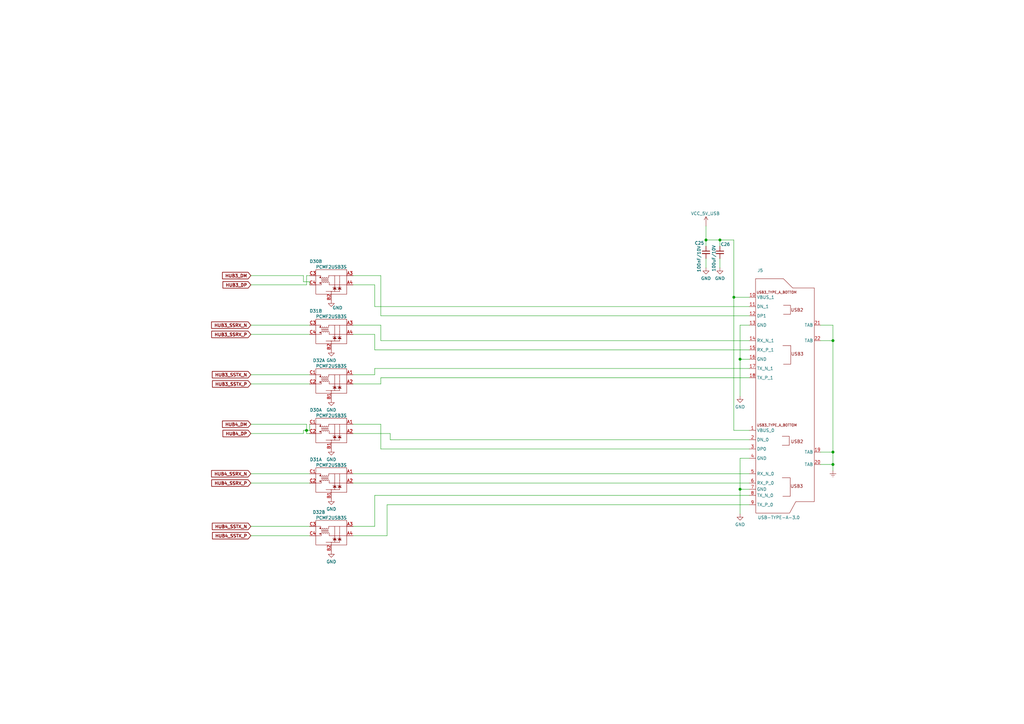
<source format=kicad_sch>
(kicad_sch (version 20210126) (generator eeschema)
  (paper "A3")
  (title_block (title "Beagle V") (date "2021-06-03") (rev "v0.7"))
  (lib_symbols
    (symbol "BeagleV:PCMF2USB3S"
      (property "Reference" "U" (at -6.35 6.35 0))
      (property "Value" "PCMF2USB3S" (at -8.89 -6.35 0))
      (symbol "PCMF2USB3S_0_1"
        (arc (start -3.519 1.795) (end -4.281 1.795) (radius (at -3.9 1.83) (length 0.3826) (angles -5.2 -174.8)) (stroke (width 0.1524)))
        (arc (start -4.081 -0.335) (end -3.319 -0.335) (radius (at -3.7 -0.37) (length 0.3826) (angles 174.8 5.2)) (stroke (width 0.1524)))
        (arc (start -2.719 1.795) (end -3.481 1.795) (radius (at -3.1 1.83) (length 0.3826) (angles -5.2 -174.8)) (stroke (width 0.1524)))
        (arc (start -3.281 -0.335) (end -2.519 -0.335) (radius (at -2.9 -0.37) (length 0.3826) (angles 174.8 5.2)) (stroke (width 0.1524)))
        (arc (start -1.919 1.795) (end -2.681 1.795) (radius (at -2.3 1.83) (length 0.3826) (angles -5.2 -174.8)) (stroke (width 0.1524)))
        (arc (start -2.481 -0.335) (end -1.719 -0.335) (radius (at -2.1 -0.37) (length 0.3826) (angles 174.8 5.2)) (stroke (width 0.1524)))
        (arc (start -1.119 1.795) (end -1.881 1.795) (radius (at -1.5 1.83) (length 0.3826) (angles -5.2 -174.8)) (stroke (width 0.1524)))
        (arc (start -1.681 -0.335) (end -0.919 -0.335) (radius (at -1.3 -0.37) (length 0.3826) (angles 174.8 5.2)) (stroke (width 0.1524)))
        (circle (center -4.572 -0.508) (radius 0) (stroke (width 0.3)))
        (circle (center -4.572 1.778) (radius 0) (stroke (width 0.3)))
        (rectangle (start -6.35 4.98) (end 6.35 -5.08) (stroke (width 0.1524)))
        (polyline (pts (xy -4.9 -1.27) (xy -6.4 -1.27)) (stroke (width 0.1524)))
        (polyline (pts (xy -4.9 2.53) (xy -6.3 2.53)) (stroke (width 0.1524)))
        (polyline (pts (xy -4.1 0.53) (xy -1.2 0.53)) (stroke (width 0.1524)))
        (polyline (pts (xy -4.1 0.93) (xy -1.2 0.93)) (stroke (width 0.1524)))
        (polyline (pts (xy -0.3 -3.97) (xy -2.2 -3.97)) (stroke (width 0.1524)))
        (polyline (pts (xy 0 -5.07) (xy 0 -3.97)) (stroke (width 0.1524)))
        (polyline (pts (xy 0.2 -3.97) (xy -0.3 -3.97)) (stroke (width 0.1524)))
        (polyline (pts (xy 0.7 -2.27) (xy 0.7 -2.47)) (stroke (width 0.1524)))
        (polyline (pts (xy 0.7 -2.27) (xy 2.1 -2.27)) (stroke (width 0.1524)))
        (polyline (pts (xy 0.9 -1.27) (xy 6.3 -1.27)) (stroke (width 0.1524)))
        (polyline (pts (xy 0.9 2.53) (xy 6.3 2.53)) (stroke (width 0.1524)))
        (polyline (pts (xy 1.4 -3.17) (xy 1.4 -3.97)) (stroke (width 0.1524)))
        (polyline (pts (xy 1.4 -2.27) (xy 1.4 -1.37)) (stroke (width 0.1524)))
        (polyline (pts (xy 1.4 -1.27) (xy 1.4 2.53)) (stroke (width 0.1524)))
        (polyline (pts (xy 2.7 -2.27) (xy 2.7 -2.47)) (stroke (width 0.1524)))
        (polyline (pts (xy 2.7 -2.27) (xy 4.1 -2.27)) (stroke (width 0.1524)))
        (polyline (pts (xy 3.4 -3.97) (xy 0.1 -3.97)) (stroke (width 0.1524)))
        (polyline (pts (xy 3.4 -3.17) (xy 3.4 -3.97)) (stroke (width 0.1524)))
        (polyline (pts (xy 3.4 -2.27) (xy 3.4 -0.07)) (stroke (width 0.1524)))
        (polyline (pts (xy 3.4 -0.17) (xy 3.4 2.53)) (stroke (width 0.1524)))
        (polyline (pts (xy -4.1 -0.37) (xy -4.1 -1.27) (xy -4.9 -1.27)) (stroke (width 0.1524)))
        (polyline (pts (xy -0.9 -0.37) (xy -0.9 -1.27) (xy 0.9 -1.27)) (stroke (width 0.1524)))
        (polyline (pts (xy 0.9 2.53) (xy -1.1 2.53) (xy -1.1 1.83)) (stroke (width 0.1524)))
        (polyline (pts (xy -4.9 2.53) (xy -4.4 2.53) (xy -4.3 2.53) (xy -4.3 1.83)) (stroke (width 0.1524)))
        (polyline (pts (xy 1.4 -2.37) (xy 0.7 -3.07) (xy 2.1 -3.07) (xy 1.4 -2.37)) (stroke (width 0.1524)) (fill (type outline)))
        (polyline (pts (xy 3.4 -2.37) (xy 2.7 -3.07) (xy 4.1 -3.07) (xy 3.4 -2.37)) (stroke (width 0.1524)) (fill (type outline)))
      )
      (symbol "PCMF2USB3S_1_1"
        (pin output line (at 8.89 2.54 180) (length 2.56) (name "") (number "A1"))
        (pin output line (at 8.89 -1.27 180) (length 2.56) (name "") (number "A2"))
        (pin power_out line (at 0 -7.62 90) (length 2.56) (name "") (number "B1"))
        (pin input line (at -8.89 2.54 0) (length 2.56) (name "") (number "C1"))
        (pin input line (at -8.89 -1.27 0) (length 2.56) (name "") (number "C2"))
      )
      (symbol "PCMF2USB3S_2_1"
        (pin output line (at 8.89 2.54 180) (length 2.56) (name "") (number "A3"))
        (pin output line (at 8.89 -1.27 180) (length 2.56) (name "") (number "A4"))
        (pin power_out line (at 0 -7.62 90) (length 2.56) (name "") (number "B2"))
        (pin input line (at -8.89 2.54 0) (length 2.56) (name "") (number "C3"))
        (pin input line (at -8.89 -1.27 0) (length 2.56) (name "") (number "C4"))
      )
    )
    (symbol "BeagleV:USB-TYPE-A-3.0"
      (property "Reference" "U" (at 2.54 48.26 0))
      (property "Value" "USB-TYPE-A-3.0" (at 8.89 -46.99 0))
      (symbol "USB-TYPE-A-3.0_0_0"
        (text "USB2" (at -0.762 -17.272 0) (effects (font (size 1.27 1.27))))
        (text "USB2" (at -0.762 36.703 0) (effects (font (size 1.27 1.27))))
        (text "USB3" (at -0.889 -35.56 0) (effects (font (size 1.27 1.27))))
        (text "USB3" (at -0.635 18.669 0) (effects (font (size 1.27 1.27))))
        (text "USB3_TYPE_A_BOTTOM" (at -9.144 43.942 0) (effects (font (size 1 1))))
        (text "USB3_TYPE_A_BOTTOM" (at -9.017 -10.541 0) (effects (font (size 1 1))))
        (polyline (pts (xy -6.858 -32.131) (xy -3.556 -32.131) (xy -3.556 -39.751) (xy -6.604 -39.751)) (stroke (width 0.1524)))
        (polyline (pts (xy -6.858 -15.113) (xy -3.937 -15.113) (xy -3.937 -18.796) (xy -6.858 -18.796)) (stroke (width 0.1524)))
        (polyline (pts (xy -6.604 22.098) (xy -3.302 22.098) (xy -3.302 14.478) (xy -6.35 14.478)) (stroke (width 0.1524)))
        (polyline (pts (xy -6.35 38.608) (xy -3.429 38.608) (xy -3.429 34.925) (xy -6.35 34.925)) (stroke (width 0.1524)))
      )
      (symbol "USB-TYPE-A-3.0_0_1"
        (polyline (pts (xy -17.78 45.72) (xy -17.653 -46.609) (xy -5.207 -46.609) (xy -3.81 -46.609) (xy -1.27 -41.91) (xy 6.35 -41.91) (xy 6.35 41.91) (xy 6.35 45.72) (xy -2.54 45.72) (xy -6.35 49.53) (xy -17.78 49.53) (xy -17.78 45.72)) (stroke (width 0.1524)))
      )
      (symbol "USB-TYPE-A-3.0_1_1"
        (pin power_in line (at -20.32 -12.7 0) (length 2.54) (name "VBUS_0") (number "1"))
        (pin power_in line (at -20.32 41.91 0) (length 2.54) (name "VBUS_1") (number "10"))
        (pin bidirectional line (at -20.32 38.1 0) (length 2.54) (name "DN_1") (number "11"))
        (pin bidirectional line (at -20.32 34.29 0) (length 2.54) (name "DP1") (number "12"))
        (pin power_in line (at -20.32 30.48 0) (length 2.54) (name "GND") (number "13"))
        (pin input line (at -20.32 24.13 0) (length 2.54) (name "RX_N_1") (number "14"))
        (pin input line (at -20.32 20.32 0) (length 2.54) (name "RX_P_1") (number "15"))
        (pin input line (at -20.32 16.51 0) (length 2.54) (name "GND") (number "16"))
        (pin output line (at -20.32 12.7 0) (length 2.54) (name "TX_N_1") (number "17"))
        (pin output line (at -20.32 8.89 0) (length 2.54) (name "TX_P_1") (number "18"))
        (pin power_out line (at 8.89 -21.59 180) (length 2.56) (name "TAB") (number "19"))
        (pin bidirectional line (at -20.32 -16.51 0) (length 2.54) (name "DN_0") (number "2"))
        (pin power_out line (at 8.89 -26.67 180) (length 2.56) (name "TAB") (number "20"))
        (pin power_out line (at 8.89 30.48 180) (length 2.56) (name "TAB") (number "21"))
        (pin power_out line (at 8.89 24.13 180) (length 2.56) (name "TAB") (number "22"))
        (pin bidirectional line (at -20.32 -20.32 0) (length 2.54) (name "DP0") (number "3"))
        (pin power_in line (at -20.32 -24.13 0) (length 2.54) (name "GND") (number "4"))
        (pin input line (at -20.32 -30.48 0) (length 2.54) (name "RX_N_0") (number "5"))
        (pin input line (at -20.32 -34.29 0) (length 2.54) (name "RX_P_0") (number "6"))
        (pin input line (at -20.32 -36.83 0) (length 2.54) (name "GND") (number "7"))
        (pin output line (at -20.32 -39.37 0) (length 2.54) (name "TX_N_0") (number "8"))
        (pin output line (at -20.32 -43.18 0) (length 2.54) (name "TX_P_0") (number "9"))
      )
    )
    (symbol "BeagleV:VCC_5V_USB"
      (property "Value" "VCC_5V_USB" (at 0 7.62 0))
      (symbol "VCC_5V_USB_0_1"
        (polyline (pts (xy 0 0) (xy 0 3.81)))
        (polyline (pts (xy 0 3.81) (xy -0.762 2.54)))
        (polyline (pts (xy 0 3.81) (xy 0.762 2.54)))
      )
      (symbol "VCC_5V_USB_1_1"
        (pin power_in line (at 0 0 90) (length 0) hide (name "LDO_3V3") (number "1"))
      )
    )
    (symbol "Device:C_Small" (pin_numbers hide) (pin_names (offset 0.254) hide)
      (property "Reference" "C" (at 0.254 1.778 0))
      (property "Value" "C_Small" (at 0.254 -2.032 0))
      (symbol "C_Small_0_1"
        (polyline (pts (xy -1.524 -0.508) (xy 1.524 -0.508)) (stroke (width 0.3302)))
        (polyline (pts (xy -1.524 0.508) (xy 1.524 0.508)) (stroke (width 0.3048)))
      )
      (symbol "C_Small_1_1"
        (pin passive line (at 0 2.54 270) (length 2.032) (name "~") (number "1"))
        (pin passive line (at 0 -2.54 90) (length 2.032) (name "~") (number "2"))
      )
    )
    (symbol "power:Earth" (power) (pin_names (offset 0))
      (symbol "Earth_0_1"
        (polyline (pts (xy -0.635 -1.905) (xy 0.635 -1.905)))
        (polyline (pts (xy -0.127 -2.54) (xy 0.127 -2.54)))
        (polyline (pts (xy 0 -1.27) (xy 0 0)))
        (polyline (pts (xy 1.27 -1.27) (xy -1.27 -1.27)))
      )
      (symbol "Earth_1_1"
        (pin power_in line (at 0 0 270) (length 0) hide (name "Earth") (number "1"))
      )
    )
    (symbol "power:GND" (power) (pin_names (offset 0))
      (property "Value" "GND" (at 0 -3.81 0))
      (symbol "GND_0_1"
        (polyline (pts (xy 0 0) (xy 0 -1.27) (xy 1.27 -1.27) (xy 0 -2.54) (xy -1.27 -1.27) (xy 0 -1.27)))
      )
      (symbol "GND_1_1"
        (pin power_in line (at 0 0 270) (length 0) hide (name "GND") (number "1"))
      )
    )
  )
  (junction (at 125.73 176.53) (diameter 1.016))
  (junction (at 289.56 98.425) (diameter 1.016))
  (junction (at 295.275 98.425) (diameter 1.016))
  (junction (at 300.99 121.92) (diameter 1.016))
  (junction (at 303.53 147.32) (diameter 1.016))
  (junction (at 303.53 200.66) (diameter 1.016))
  (junction (at 341.63 139.7) (diameter 1.016))
  (junction (at 341.63 185.42) (diameter 1.016))
  (junction (at 341.63 190.5) (diameter 1.016))
  (wire (pts (xy 102.87 113.03) (xy 124.46 113.03)))
  (wire (pts (xy 102.87 116.84) (xy 125.73 116.84)))
  (wire (pts (xy 102.87 133.35) (xy 127 133.35)))
  (wire (pts (xy 102.87 137.16) (xy 127 137.16)))
  (wire (pts (xy 102.87 153.67) (xy 127 153.67)))
  (wire (pts (xy 102.87 157.48) (xy 127 157.48)))
  (wire (pts (xy 102.87 173.99) (xy 125.73 173.99)))
  (wire (pts (xy 102.87 177.8) (xy 124.46 177.8)))
  (wire (pts (xy 102.87 194.31) (xy 127 194.31)))
  (wire (pts (xy 102.87 198.12) (xy 127 198.12)))
  (wire (pts (xy 102.87 215.9) (xy 127 215.9)))
  (wire (pts (xy 102.87 219.71) (xy 127 219.71)))
  (wire (pts (xy 124.46 115.57) (xy 124.46 113.03)))
  (wire (pts (xy 124.46 176.53) (xy 125.73 176.53)))
  (wire (pts (xy 124.46 177.8) (xy 124.46 176.53)))
  (wire (pts (xy 125.73 113.03) (xy 127 113.03)))
  (wire (pts (xy 125.73 116.84) (xy 125.73 113.03)))
  (wire (pts (xy 125.73 176.53) (xy 125.73 173.99)))
  (wire (pts (xy 125.73 176.53) (xy 127 176.53)))
  (wire (pts (xy 125.73 177.8) (xy 125.73 176.53)))
  (wire (pts (xy 127 115.57) (xy 124.46 115.57)))
  (wire (pts (xy 127 116.84) (xy 127 115.57)))
  (wire (pts (xy 127 176.53) (xy 127 173.99)))
  (wire (pts (xy 127 177.8) (xy 125.73 177.8)))
  (wire (pts (xy 144.78 113.03) (xy 156.21 113.03)))
  (wire (pts (xy 144.78 133.35) (xy 156.21 133.35)))
  (wire (pts (xy 144.78 137.16) (xy 153.67 137.16)))
  (wire (pts (xy 144.78 153.67) (xy 153.67 153.67)))
  (wire (pts (xy 144.78 157.48) (xy 156.21 157.48)))
  (wire (pts (xy 144.78 173.99) (xy 156.21 173.99)))
  (wire (pts (xy 144.78 194.31) (xy 307.34 194.31)))
  (wire (pts (xy 144.78 198.12) (xy 307.34 198.12)))
  (wire (pts (xy 144.78 215.9) (xy 153.67 215.9)))
  (wire (pts (xy 144.78 219.71) (xy 158.75 219.71)))
  (wire (pts (xy 153.67 116.84) (xy 144.78 116.84)))
  (wire (pts (xy 153.67 125.73) (xy 153.67 116.84)))
  (wire (pts (xy 153.67 137.16) (xy 153.67 143.51)))
  (wire (pts (xy 153.67 143.51) (xy 307.34 143.51)))
  (wire (pts (xy 153.67 151.13) (xy 153.67 153.67)))
  (wire (pts (xy 153.67 151.13) (xy 307.34 151.13)))
  (wire (pts (xy 153.67 203.2) (xy 307.34 203.2)))
  (wire (pts (xy 153.67 215.9) (xy 153.67 203.2)))
  (wire (pts (xy 156.21 113.03) (xy 156.21 129.54)))
  (wire (pts (xy 156.21 129.54) (xy 307.34 129.54)))
  (wire (pts (xy 156.21 133.35) (xy 156.21 139.7)))
  (wire (pts (xy 156.21 139.7) (xy 307.34 139.7)))
  (wire (pts (xy 156.21 154.94) (xy 156.21 157.48)))
  (wire (pts (xy 156.21 154.94) (xy 307.34 154.94)))
  (wire (pts (xy 156.21 173.99) (xy 156.21 184.15)))
  (wire (pts (xy 156.21 184.15) (xy 307.34 184.15)))
  (wire (pts (xy 158.75 207.01) (xy 307.34 207.01)))
  (wire (pts (xy 158.75 219.71) (xy 158.75 207.01)))
  (wire (pts (xy 160.02 177.8) (xy 144.78 177.8)))
  (wire (pts (xy 160.02 180.34) (xy 160.02 177.8)))
  (wire (pts (xy 289.56 92.71) (xy 289.56 98.425)))
  (wire (pts (xy 289.56 98.425) (xy 289.56 100.965)))
  (wire (pts (xy 289.56 106.045) (xy 289.56 109.855)))
  (wire (pts (xy 295.275 98.425) (xy 289.56 98.425)))
  (wire (pts (xy 295.275 98.425) (xy 295.275 100.965)))
  (wire (pts (xy 295.275 106.045) (xy 295.275 109.855)))
  (wire (pts (xy 300.99 98.425) (xy 295.275 98.425)))
  (wire (pts (xy 300.99 98.425) (xy 300.99 121.92)))
  (wire (pts (xy 300.99 121.92) (xy 307.34 121.92)))
  (wire (pts (xy 300.99 176.53) (xy 300.99 121.92)))
  (wire (pts (xy 303.53 133.35) (xy 303.53 147.32)))
  (wire (pts (xy 303.53 147.32) (xy 303.53 162.56)))
  (wire (pts (xy 303.53 147.32) (xy 307.34 147.32)))
  (wire (pts (xy 303.53 187.96) (xy 303.53 200.66)))
  (wire (pts (xy 303.53 200.66) (xy 303.53 210.82)))
  (wire (pts (xy 303.53 200.66) (xy 307.34 200.66)))
  (wire (pts (xy 307.34 125.73) (xy 153.67 125.73)))
  (wire (pts (xy 307.34 133.35) (xy 303.53 133.35)))
  (wire (pts (xy 307.34 176.53) (xy 300.99 176.53)))
  (wire (pts (xy 307.34 180.34) (xy 160.02 180.34)))
  (wire (pts (xy 307.34 187.96) (xy 303.53 187.96)))
  (wire (pts (xy 336.55 133.35) (xy 341.63 133.35)))
  (wire (pts (xy 336.55 139.7) (xy 341.63 139.7)))
  (wire (pts (xy 336.55 185.42) (xy 341.63 185.42)))
  (wire (pts (xy 341.63 133.35) (xy 341.63 139.7)))
  (wire (pts (xy 341.63 139.7) (xy 341.63 185.42)))
  (wire (pts (xy 341.63 185.42) (xy 341.63 190.5)))
  (wire (pts (xy 341.63 190.5) (xy 336.55 190.5)))
  (wire (pts (xy 341.63 190.5) (xy 341.63 193.04)))
  (global_label "HUB3_DM" (shape input) (at 102.87 113.03 180) (effects (font (thickness 0.254) bold)) (property "Intersheet References" "${INTERSHEET_REFS}" (effects hide)))
  (global_label "HUB3_DP" (shape input) (at 102.87 116.84 180) (effects (font (thickness 0.254) bold)) (property "Intersheet References" "${INTERSHEET_REFS}" (effects hide)))
  (global_label "HUB3_SSRX_N" (shape input) (at 102.87 133.35 180) (effects (font (thickness 0.254) bold)) (property "Intersheet References" "${INTERSHEET_REFS}" (effects hide)))
  (global_label "HUB3_SSRX_P" (shape input) (at 102.87 137.16 180) (effects (font (thickness 0.254) bold)) (property "Intersheet References" "${INTERSHEET_REFS}" (effects hide)))
  (global_label "HUB3_SSTX_N" (shape input) (at 102.87 153.67 180) (effects (font (thickness 0.254) bold)) (property "Intersheet References" "${INTERSHEET_REFS}" (effects hide)))
  (global_label "HUB3_SSTX_P" (shape input) (at 102.87 157.48 180) (effects (font (thickness 0.254) bold)) (property "Intersheet References" "${INTERSHEET_REFS}" (effects hide)))
  (global_label "HUB4_DM" (shape input) (at 102.87 173.99 180) (effects (font (thickness 0.254) bold)) (property "Intersheet References" "${INTERSHEET_REFS}" (effects hide)))
  (global_label "HUB4_DP" (shape input) (at 102.87 177.8 180) (effects (font (thickness 0.254) bold)) (property "Intersheet References" "${INTERSHEET_REFS}" (effects hide)))
  (global_label "HUB4_SSRX_N" (shape input) (at 102.87 194.31 180) (effects (font (thickness 0.254) bold)) (property "Intersheet References" "${INTERSHEET_REFS}" (effects hide)))
  (global_label "HUB4_SSRX_P" (shape input) (at 102.87 198.12 180) (effects (font (thickness 0.254) bold)) (property "Intersheet References" "${INTERSHEET_REFS}" (effects hide)))
  (global_label "HUB4_SSTX_N" (shape input) (at 102.87 215.9 180) (effects (font (thickness 0.254) bold)) (property "Intersheet References" "${INTERSHEET_REFS}" (effects hide)))
  (global_label "HUB4_SSTX_P" (shape input) (at 102.87 219.71 180) (effects (font (thickness 0.254) bold)) (property "Intersheet References" "${INTERSHEET_REFS}" (effects hide)))
  (symbol (lib_id "BeagleV:VCC_5V_USB") (at 289.56 92.71 0) (unit 1)
    (property "Reference" "P?" (effects hide))
    (property "Value" "VCC_5V_USB" (at 283.3371 87.574 0) (effects (justify left)))
  )
  (symbol (lib_id "power:GND") (at 135.89 123.19 0) (unit 1)
    (property "Reference" "#PWR0438" (effects hide))
    (property "Value" "GND" (at 138.43 126.2444 0))
  )
  (symbol (lib_id "power:GND") (at 135.89 143.51 0) (unit 1)
    (property "Reference" "#PWR0436" (effects hide))
    (property "Value" "GND" (at 135.89 147.8344 0))
  )
  (symbol (lib_id "power:GND") (at 135.89 163.83 0) (unit 1)
    (property "Reference" "#PWR0437" (effects hide))
    (property "Value" "GND" (at 135.89 168.1544 0))
  )
  (symbol (lib_id "power:GND") (at 135.89 184.15 0) (unit 1)
    (property "Reference" "#PWR0443" (effects hide))
    (property "Value" "GND" (at 135.89 188.4744 0))
  )
  (symbol (lib_id "power:GND") (at 135.89 204.47 0) (unit 1)
    (property "Reference" "#PWR0444" (effects hide))
    (property "Value" "GND" (at 135.89 208.7944 0))
  )
  (symbol (lib_id "power:GND") (at 135.89 226.06 0) (unit 1)
    (property "Reference" "#PWR0445" (effects hide))
    (property "Value" "GND" (at 135.89 230.3844 0))
  )
  (symbol (lib_id "power:GND") (at 289.56 109.855 0) (unit 1)
    (property "Reference" "#PWR0440" (effects hide))
    (property "Value" "GND" (at 289.56 114.1794 0))
  )
  (symbol (lib_id "power:GND") (at 295.275 109.855 0) (unit 1)
    (property "Reference" "#PWR0439" (effects hide))
    (property "Value" "GND" (at 295.275 114.1794 0))
  )
  (symbol (lib_id "power:GND") (at 303.53 162.56 0) (unit 1)
    (property "Reference" "#PWR0435" (effects hide))
    (property "Value" "GND" (at 303.53 166.8844 0))
  )
  (symbol (lib_id "power:GND") (at 303.53 210.82 0) (unit 1)
    (property "Reference" "#PWR0441" (effects hide))
    (property "Value" "GND" (at 303.53 215.1444 0))
  )
  (symbol (lib_id "power:Earth") (at 341.63 193.04 0) (unit 1)
    (property "Reference" "#PWR0442" (effects hide))
    (property "Value" "Earth" (effects hide))
  )
  (symbol (lib_id "Device:C_Small") (at 289.56 103.505 0) (unit 1)
    (property "Reference" "C25" (at 284.8992 99.6961 0) (effects (justify left)))
    (property "Value" "100nF/10V" (at 286.6772 111.6468 90) (effects (justify left)))
  )
  (symbol (lib_id "Device:C_Small") (at 295.275 103.505 0) (unit 1)
    (property "Reference" "C26" (at 295.5672 100.2041 0) (effects (justify left)))
    (property "Value" "100uF/10V" (at 292.7732 111.3928 90) (effects (justify left)))
  )
  (symbol (lib_id "BeagleV:PCMF2USB3S") (at 135.89 115.57 0) (unit 2)
    (property "Reference" "D30" (at 129.54 107.2076 0))
    (property "Value" "PCMF2USB3S" (at 135.89 109.5063 0))
  )
  (symbol (lib_id "BeagleV:PCMF2USB3S") (at 135.89 135.89 0) (unit 2)
    (property "Reference" "D31" (at 129.54 127.5276 0))
    (property "Value" "PCMF2USB3S" (at 135.89 129.8263 0))
  )
  (symbol (lib_id "BeagleV:PCMF2USB3S") (at 135.89 156.21 0) (unit 1)
    (property "Reference" "D32" (at 130.81 147.8476 0))
    (property "Value" "PCMF2USB3S" (at 135.89 150.1463 0))
  )
  (symbol (lib_id "BeagleV:PCMF2USB3S") (at 135.89 176.53 0) (unit 1)
    (property "Reference" "D30" (at 129.54 168.1676 0))
    (property "Value" "PCMF2USB3S" (at 135.89 170.4663 0))
  )
  (symbol (lib_id "BeagleV:PCMF2USB3S") (at 135.89 196.85 0) (unit 1)
    (property "Reference" "D31" (at 129.54 188.4876 0))
    (property "Value" "PCMF2USB3S" (at 135.89 190.7863 0))
  )
  (symbol (lib_id "BeagleV:PCMF2USB3S") (at 135.89 218.44 0) (unit 2)
    (property "Reference" "D32" (at 130.81 210.0776 0))
    (property "Value" "PCMF2USB3S" (at 135.89 212.3763 0))
  )
  (symbol (lib_id "BeagleV:USB-TYPE-A-3.0") (at 327.66 163.83 0) (unit 1)
    (property "Reference" "J5" (at 311.785 110.9176 0))
    (property "Value" "USB-TYPE-A-3.0" (at 319.405 212.2763 0))
  )
)
</source>
